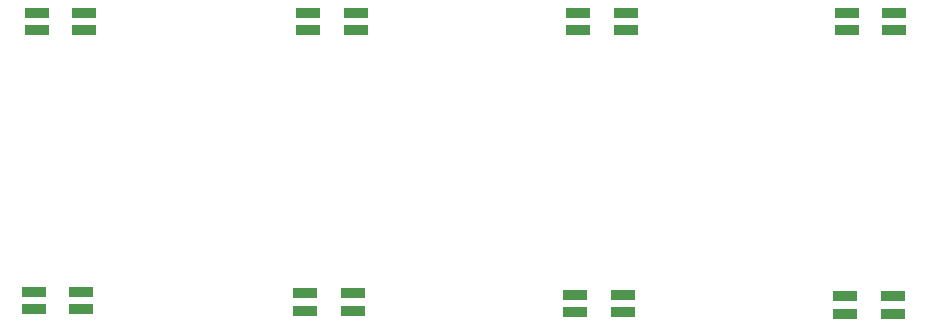
<source format=gbr>
G04 #@! TF.GenerationSoftware,KiCad,Pcbnew,(5.1.4)-1*
G04 #@! TF.CreationDate,2019-12-01T11:28:44-05:00*
G04 #@! TF.ProjectId,bob_ws2811_driver,626f625f-7773-4323-9831-315f64726976,rev?*
G04 #@! TF.SameCoordinates,Original*
G04 #@! TF.FileFunction,Paste,Bot*
G04 #@! TF.FilePolarity,Positive*
%FSLAX46Y46*%
G04 Gerber Fmt 4.6, Leading zero omitted, Abs format (unit mm)*
G04 Created by KiCad (PCBNEW (5.1.4)-1) date 2019-12-01 11:28:44*
%MOMM*%
%LPD*%
G04 APERTURE LIST*
%ADD10R,2.000000X0.899160*%
G04 APERTURE END LIST*
D10*
X109633000Y-52946300D03*
X109633000Y-51447700D03*
X113633000Y-51447700D03*
X113633000Y-52946300D03*
X136620000Y-53073300D03*
X136620000Y-51574700D03*
X132620000Y-51574700D03*
X132620000Y-53073300D03*
X155480000Y-53200300D03*
X155480000Y-51701700D03*
X159480000Y-51701700D03*
X159480000Y-53200300D03*
X182340000Y-53327300D03*
X182340000Y-51828700D03*
X178340000Y-51828700D03*
X178340000Y-53327300D03*
X178467000Y-29324300D03*
X178467000Y-27825700D03*
X182467000Y-27825700D03*
X182467000Y-29324300D03*
X159734000Y-29324300D03*
X159734000Y-27825700D03*
X155734000Y-27825700D03*
X155734000Y-29324300D03*
X132874000Y-29324300D03*
X132874000Y-27825700D03*
X136874000Y-27825700D03*
X136874000Y-29324300D03*
X113887000Y-29324300D03*
X113887000Y-27825700D03*
X109887000Y-27825700D03*
X109887000Y-29324300D03*
M02*

</source>
